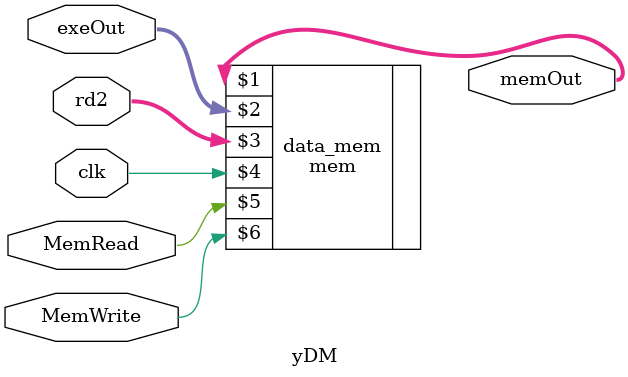
<source format=v>
module yDM(memOut, exeOut, rd2, clk, MemRead, MemWrite);
    //DATA MEMORY: reads from address z or writes rd2 to that address based on two control signals and a clock
    output [31:0] memOut;
    input [31:0] exeOut, rd2;
    input clk, MemRead, MemWrite;

    // instantiate the circuit (only one line)
    mem data_mem(memOut, exeOut, rd2, clk, MemRead, MemWrite);
endmodule
</source>
